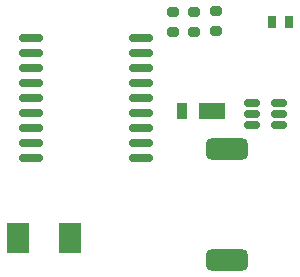
<source format=gbr>
%TF.GenerationSoftware,KiCad,Pcbnew,6.0.7-f9a2dced07~116~ubuntu20.04.1*%
%TF.CreationDate,2023-02-12T14:19:42-08:00*%
%TF.ProjectId,CAN_Controller,43414e5f-436f-46e7-9472-6f6c6c65722e,rev?*%
%TF.SameCoordinates,Original*%
%TF.FileFunction,Paste,Top*%
%TF.FilePolarity,Positive*%
%FSLAX46Y46*%
G04 Gerber Fmt 4.6, Leading zero omitted, Abs format (unit mm)*
G04 Created by KiCad (PCBNEW 6.0.7-f9a2dced07~116~ubuntu20.04.1) date 2023-02-12 14:19:42*
%MOMM*%
%LPD*%
G01*
G04 APERTURE LIST*
G04 Aperture macros list*
%AMRoundRect*
0 Rectangle with rounded corners*
0 $1 Rounding radius*
0 $2 $3 $4 $5 $6 $7 $8 $9 X,Y pos of 4 corners*
0 Add a 4 corners polygon primitive as box body*
4,1,4,$2,$3,$4,$5,$6,$7,$8,$9,$2,$3,0*
0 Add four circle primitives for the rounded corners*
1,1,$1+$1,$2,$3*
1,1,$1+$1,$4,$5*
1,1,$1+$1,$6,$7*
1,1,$1+$1,$8,$9*
0 Add four rect primitives between the rounded corners*
20,1,$1+$1,$2,$3,$4,$5,0*
20,1,$1+$1,$4,$5,$6,$7,0*
20,1,$1+$1,$6,$7,$8,$9,0*
20,1,$1+$1,$8,$9,$2,$3,0*%
G04 Aperture macros list end*
%ADD10RoundRect,0.200000X-0.275000X0.200000X-0.275000X-0.200000X0.275000X-0.200000X0.275000X0.200000X0*%
%ADD11R,0.780000X0.990000*%
%ADD12R,2.200000X1.400000*%
%ADD13R,0.900000X1.400000*%
%ADD14RoundRect,0.200000X0.275000X-0.200000X0.275000X0.200000X-0.275000X0.200000X-0.275000X-0.200000X0*%
%ADD15RoundRect,0.150000X-0.875000X-0.150000X0.875000X-0.150000X0.875000X0.150000X-0.875000X0.150000X0*%
%ADD16RoundRect,0.445000X1.335000X0.445000X-1.335000X0.445000X-1.335000X-0.445000X1.335000X-0.445000X0*%
%ADD17R,1.900000X2.500000*%
%ADD18RoundRect,0.150000X0.512500X0.150000X-0.512500X0.150000X-0.512500X-0.150000X0.512500X-0.150000X0*%
G04 APERTURE END LIST*
D10*
%TO.C,R3*%
X187925000Y-84375000D03*
X187925000Y-86025000D03*
%TD*%
D11*
%TO.C,C5*%
X195950000Y-85250000D03*
X194550000Y-85250000D03*
%TD*%
D12*
%TO.C,D1*%
X189450000Y-92750000D03*
D13*
X186900000Y-92750000D03*
%TD*%
D10*
%TO.C,R2*%
X189750000Y-84315000D03*
X189750000Y-85965000D03*
%TD*%
D14*
%TO.C,R1*%
X186175000Y-86025000D03*
X186175000Y-84375000D03*
%TD*%
D15*
%TO.C,U2*%
X174140000Y-86580000D03*
X174140000Y-87850000D03*
X174140000Y-89120000D03*
X174140000Y-90390000D03*
X174140000Y-91660000D03*
X174140000Y-92930000D03*
X174140000Y-94200000D03*
X174140000Y-95470000D03*
X174140000Y-96740000D03*
X183440000Y-96740000D03*
X183440000Y-95470000D03*
X183440000Y-94200000D03*
X183440000Y-92930000D03*
X183440000Y-91660000D03*
X183440000Y-90390000D03*
X183440000Y-89120000D03*
X183440000Y-87850000D03*
X183440000Y-86580000D03*
%TD*%
D16*
%TO.C,L1*%
X190750000Y-95950000D03*
X190750000Y-105350000D03*
%TD*%
D17*
%TO.C,Y1*%
X173050000Y-103500000D03*
X177450000Y-103500000D03*
%TD*%
D18*
%TO.C,U4*%
X195137500Y-93950000D03*
X195137500Y-93000000D03*
X195137500Y-92050000D03*
X192862500Y-92050000D03*
X192862500Y-93000000D03*
X192862500Y-93950000D03*
%TD*%
M02*

</source>
